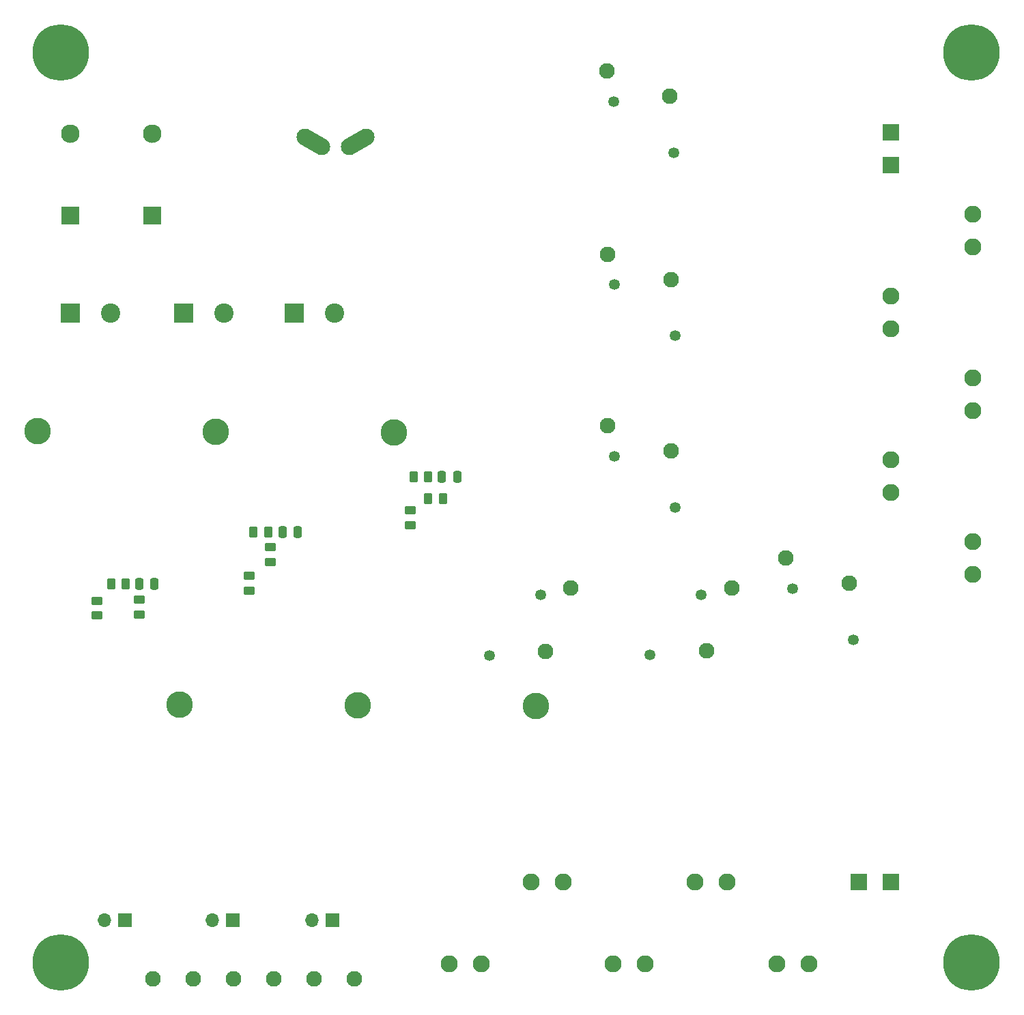
<source format=gbs>
G04 #@! TF.GenerationSoftware,KiCad,Pcbnew,(6.0.0)*
G04 #@! TF.CreationDate,2023-02-19T13:31:38-06:00*
G04 #@! TF.ProjectId,SIC431,53494334-3331-42e6-9b69-6361645f7063,rev?*
G04 #@! TF.SameCoordinates,Original*
G04 #@! TF.FileFunction,Soldermask,Bot*
G04 #@! TF.FilePolarity,Negative*
%FSLAX46Y46*%
G04 Gerber Fmt 4.6, Leading zero omitted, Abs format (unit mm)*
G04 Created by KiCad (PCBNEW (6.0.0)) date 2023-02-19 13:31:38*
%MOMM*%
%LPD*%
G01*
G04 APERTURE LIST*
G04 Aperture macros list*
%AMRoundRect*
0 Rectangle with rounded corners*
0 $1 Rounding radius*
0 $2 $3 $4 $5 $6 $7 $8 $9 X,Y pos of 4 corners*
0 Add a 4 corners polygon primitive as box body*
4,1,4,$2,$3,$4,$5,$6,$7,$8,$9,$2,$3,0*
0 Add four circle primitives for the rounded corners*
1,1,$1+$1,$2,$3*
1,1,$1+$1,$4,$5*
1,1,$1+$1,$6,$7*
1,1,$1+$1,$8,$9*
0 Add four rect primitives between the rounded corners*
20,1,$1+$1,$2,$3,$4,$5,0*
20,1,$1+$1,$4,$5,$6,$7,0*
20,1,$1+$1,$6,$7,$8,$9,0*
20,1,$1+$1,$8,$9,$2,$3,0*%
%AMHorizOval*
0 Thick line with rounded ends*
0 $1 width*
0 $2 $3 position (X,Y) of the first rounded end (center of the circle)*
0 $4 $5 position (X,Y) of the second rounded end (center of the circle)*
0 Add line between two ends*
20,1,$1,$2,$3,$4,$5,0*
0 Add two circle primitives to create the rounded ends*
1,1,$1,$2,$3*
1,1,$1,$4,$5*%
G04 Aperture macros list end*
%ADD10R,1.700000X1.700000*%
%ADD11O,1.700000X1.700000*%
%ADD12HorizOval,2.100000X1.039230X-0.600000X-1.039230X0.600000X0*%
%ADD13HorizOval,2.100000X1.039230X0.600000X-1.039230X-0.600000X0*%
%ADD14C,1.950000*%
%ADD15C,1.350000*%
%ADD16R,2.400000X2.400000*%
%ADD17C,2.400000*%
%ADD18C,0.800000*%
%ADD19C,7.000000*%
%ADD20R,2.124000X2.124000*%
%ADD21C,2.124000*%
%ADD22R,2.300000X2.300000*%
%ADD23C,2.300000*%
%ADD24RoundRect,0.250000X0.450000X-0.262500X0.450000X0.262500X-0.450000X0.262500X-0.450000X-0.262500X0*%
%ADD25RoundRect,0.250000X-0.250000X-0.475000X0.250000X-0.475000X0.250000X0.475000X-0.250000X0.475000X0*%
%ADD26RoundRect,0.250000X0.262500X0.450000X-0.262500X0.450000X-0.262500X-0.450000X0.262500X-0.450000X0*%
%ADD27RoundRect,0.250000X-0.262500X-0.450000X0.262500X-0.450000X0.262500X0.450000X-0.262500X0.450000X0*%
%ADD28C,3.300000*%
%ADD29RoundRect,0.250000X-0.450000X0.262500X-0.450000X-0.262500X0.450000X-0.262500X0.450000X0.262500X0*%
G04 APERTURE END LIST*
D10*
X34980000Y-134770000D03*
D11*
X32440000Y-134770000D03*
D12*
X58350000Y-38123000D03*
D13*
X63850000Y-38123000D03*
D14*
X110235000Y-93480000D03*
D15*
X106485000Y-94330000D03*
X100135000Y-101830000D03*
D14*
X107135000Y-101330000D03*
D16*
X56016041Y-59420000D03*
D17*
X61016041Y-59420000D03*
D18*
X24375000Y-27000000D03*
X28856155Y-28856155D03*
D19*
X27000000Y-27000000D03*
D18*
X25143845Y-25143845D03*
X27000000Y-24375000D03*
X29625000Y-27000000D03*
X25143845Y-28856155D03*
X27000000Y-29625000D03*
X28856155Y-25143845D03*
D14*
X90295000Y-93500000D03*
D15*
X86545000Y-94350000D03*
X80195000Y-101850000D03*
D14*
X87195000Y-101350000D03*
D18*
X29625000Y-140000000D03*
X27000000Y-142625000D03*
X25143845Y-138143845D03*
X27000000Y-137375000D03*
X24375000Y-140000000D03*
X28856155Y-138143845D03*
D19*
X27000000Y-140000000D03*
D18*
X25143845Y-141856155D03*
X28856155Y-141856155D03*
X138143845Y-25143845D03*
X140000000Y-24375000D03*
X140000000Y-29625000D03*
X141856155Y-28856155D03*
D19*
X140000000Y-27000000D03*
D18*
X137375000Y-27000000D03*
X141856155Y-25143845D03*
X138143845Y-28856155D03*
X142625000Y-27000000D03*
D16*
X28246041Y-59420000D03*
D17*
X33246041Y-59420000D03*
D14*
X94880000Y-52090000D03*
D15*
X95730000Y-55840000D03*
X103230000Y-62190000D03*
D14*
X102730000Y-55190000D03*
X94735000Y-29345000D03*
D15*
X95585000Y-33095000D03*
X103085000Y-39445000D03*
D14*
X102585000Y-32445000D03*
D10*
X48410000Y-134770000D03*
D11*
X45870000Y-134770000D03*
D14*
X94885000Y-73380000D03*
D15*
X95735000Y-77130000D03*
X103235000Y-83480000D03*
D14*
X102735000Y-76480000D03*
D16*
X42256041Y-59420000D03*
D17*
X47256041Y-59420000D03*
D14*
X116970000Y-89805000D03*
D15*
X117820000Y-93555000D03*
X125320000Y-99905000D03*
D14*
X124820000Y-92905000D03*
D18*
X140000000Y-137375000D03*
X137375000Y-140000000D03*
X138143845Y-141856155D03*
X141856155Y-141856155D03*
X142625000Y-140000000D03*
X140000000Y-142625000D03*
X141856155Y-138143845D03*
D19*
X140000000Y-140000000D03*
D18*
X138143845Y-138143845D03*
D10*
X60750000Y-134770000D03*
D11*
X58210000Y-134770000D03*
D14*
X63470000Y-141990000D03*
X58470000Y-141990000D03*
X53470000Y-141990000D03*
X48470000Y-141990000D03*
X43470000Y-141990000D03*
X38470000Y-141990000D03*
D20*
X125980000Y-130000000D03*
X130000000Y-130000000D03*
D21*
X119840000Y-140160000D03*
X115820000Y-140160000D03*
X109680000Y-130000000D03*
X105660000Y-130000000D03*
X95500000Y-140160000D03*
X99520000Y-140160000D03*
X85340000Y-130000000D03*
X89360000Y-130000000D03*
X79200000Y-140160000D03*
X75180000Y-140160000D03*
D22*
X28260000Y-47250000D03*
X38420000Y-47250000D03*
D23*
X28260000Y-37090000D03*
X38420000Y-37090000D03*
D24*
X31565000Y-96892500D03*
X31565000Y-95067500D03*
D25*
X74310000Y-79740000D03*
X76210000Y-79740000D03*
D24*
X70410000Y-85712500D03*
X70410000Y-83887500D03*
D26*
X35107500Y-92970000D03*
X33282500Y-92970000D03*
D24*
X50450000Y-93840000D03*
X50450000Y-92015000D03*
D20*
X130000000Y-41000000D03*
X130000000Y-36980000D03*
D21*
X140160000Y-51160000D03*
X140160000Y-47140000D03*
X130000000Y-57300000D03*
X130000000Y-61320000D03*
X140160000Y-67460000D03*
X140160000Y-71480000D03*
X130000000Y-77620000D03*
X130000000Y-81640000D03*
X140160000Y-87780000D03*
X140160000Y-91800000D03*
D27*
X72607500Y-82450000D03*
X74432500Y-82450000D03*
D28*
X46260000Y-74090000D03*
X63860000Y-108090000D03*
D26*
X52750000Y-86547500D03*
X50925000Y-86547500D03*
D28*
X24180000Y-74000000D03*
X41780000Y-108000000D03*
D25*
X54537500Y-86547500D03*
X56437500Y-86547500D03*
D29*
X36775000Y-94947500D03*
X36775000Y-96772500D03*
X52997500Y-88435000D03*
X52997500Y-90260000D03*
D26*
X72602500Y-79740000D03*
X70777500Y-79740000D03*
D28*
X85940000Y-108180000D03*
X68340000Y-74180000D03*
D25*
X36775000Y-92970000D03*
X38675000Y-92970000D03*
M02*

</source>
